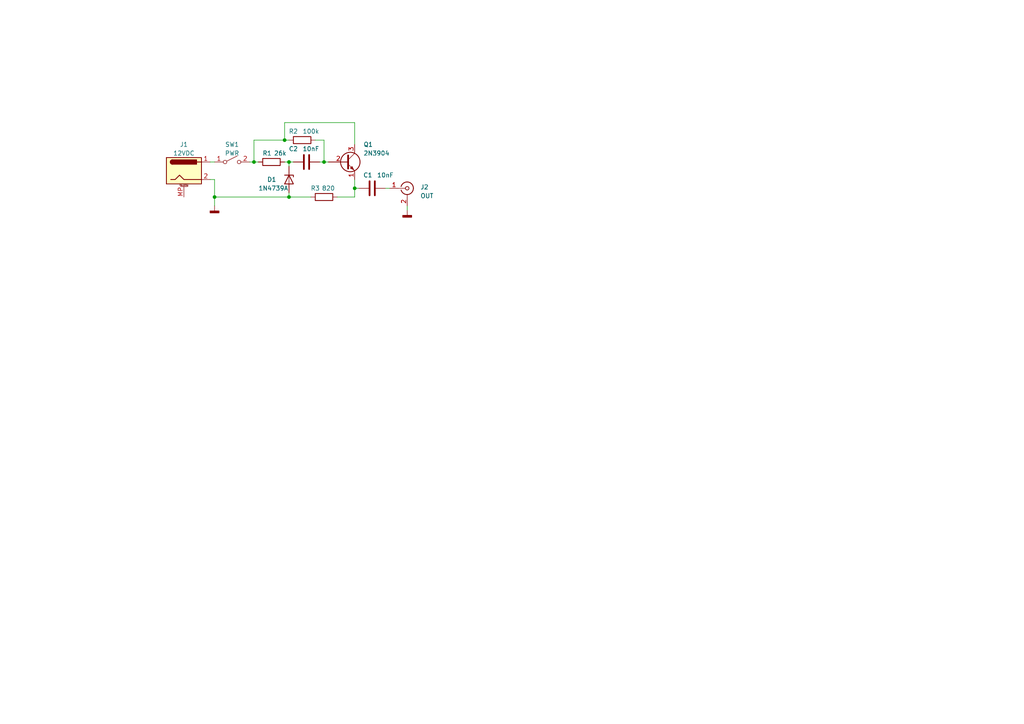
<source format=kicad_sch>
(kicad_sch (version 20230121) (generator eeschema)

  (uuid ad8bea1e-03c1-495f-8688-ada7db9196a5)

  (paper "A4")

  (lib_symbols
    (symbol "Connector:Barrel_Jack_MountingPin" (pin_names hide) (in_bom yes) (on_board yes)
      (property "Reference" "J" (at 0 5.334 0)
        (effects (font (size 1.27 1.27)))
      )
      (property "Value" "Barrel_Jack_MountingPin" (at 1.27 -6.35 0)
        (effects (font (size 1.27 1.27)) (justify left))
      )
      (property "Footprint" "" (at 1.27 -1.016 0)
        (effects (font (size 1.27 1.27)) hide)
      )
      (property "Datasheet" "~" (at 1.27 -1.016 0)
        (effects (font (size 1.27 1.27)) hide)
      )
      (property "ki_keywords" "DC power barrel jack connector" (at 0 0 0)
        (effects (font (size 1.27 1.27)) hide)
      )
      (property "ki_description" "DC Barrel Jack with a mounting pin" (at 0 0 0)
        (effects (font (size 1.27 1.27)) hide)
      )
      (property "ki_fp_filters" "BarrelJack*" (at 0 0 0)
        (effects (font (size 1.27 1.27)) hide)
      )
      (symbol "Barrel_Jack_MountingPin_0_1"
        (rectangle (start -5.08 3.81) (end 5.08 -3.81)
          (stroke (width 0.254) (type default))
          (fill (type background))
        )
        (arc (start -3.302 3.175) (mid -3.9343 2.54) (end -3.302 1.905)
          (stroke (width 0.254) (type default))
          (fill (type none))
        )
        (arc (start -3.302 3.175) (mid -3.9343 2.54) (end -3.302 1.905)
          (stroke (width 0.254) (type default))
          (fill (type outline))
        )
        (polyline
          (pts
            (xy 5.08 2.54)
            (xy 3.81 2.54)
          )
          (stroke (width 0.254) (type default))
          (fill (type none))
        )
        (polyline
          (pts
            (xy -3.81 -2.54)
            (xy -2.54 -2.54)
            (xy -1.27 -1.27)
            (xy 0 -2.54)
            (xy 2.54 -2.54)
            (xy 5.08 -2.54)
          )
          (stroke (width 0.254) (type default))
          (fill (type none))
        )
        (rectangle (start 3.683 3.175) (end -3.302 1.905)
          (stroke (width 0.254) (type default))
          (fill (type outline))
        )
      )
      (symbol "Barrel_Jack_MountingPin_1_1"
        (polyline
          (pts
            (xy -1.016 -4.572)
            (xy 1.016 -4.572)
          )
          (stroke (width 0.1524) (type default))
          (fill (type none))
        )
        (text "Mounting" (at 0 -4.191 0)
          (effects (font (size 0.381 0.381)))
        )
        (pin passive line (at 7.62 2.54 180) (length 2.54)
          (name "~" (effects (font (size 1.27 1.27))))
          (number "1" (effects (font (size 1.27 1.27))))
        )
        (pin passive line (at 7.62 -2.54 180) (length 2.54)
          (name "~" (effects (font (size 1.27 1.27))))
          (number "2" (effects (font (size 1.27 1.27))))
        )
        (pin passive line (at 0 -7.62 90) (length 3.048)
          (name "MountPin" (effects (font (size 1.27 1.27))))
          (number "MP" (effects (font (size 1.27 1.27))))
        )
      )
    )
    (symbol "Connector:Conn_Coaxial" (pin_names (offset 1.016) hide) (in_bom yes) (on_board yes)
      (property "Reference" "J" (at 0.254 3.048 0)
        (effects (font (size 1.27 1.27)))
      )
      (property "Value" "Conn_Coaxial" (at 2.921 0 90)
        (effects (font (size 1.27 1.27)))
      )
      (property "Footprint" "" (at 0 0 0)
        (effects (font (size 1.27 1.27)) hide)
      )
      (property "Datasheet" " ~" (at 0 0 0)
        (effects (font (size 1.27 1.27)) hide)
      )
      (property "ki_keywords" "BNC SMA SMB SMC LEMO coaxial connector CINCH RCA" (at 0 0 0)
        (effects (font (size 1.27 1.27)) hide)
      )
      (property "ki_description" "coaxial connector (BNC, SMA, SMB, SMC, Cinch/RCA, LEMO, ...)" (at 0 0 0)
        (effects (font (size 1.27 1.27)) hide)
      )
      (property "ki_fp_filters" "*BNC* *SMA* *SMB* *SMC* *Cinch* *LEMO*" (at 0 0 0)
        (effects (font (size 1.27 1.27)) hide)
      )
      (symbol "Conn_Coaxial_0_1"
        (arc (start -1.778 -0.508) (mid 0.2311 -1.8066) (end 1.778 0)
          (stroke (width 0.254) (type default))
          (fill (type none))
        )
        (polyline
          (pts
            (xy -2.54 0)
            (xy -0.508 0)
          )
          (stroke (width 0) (type default))
          (fill (type none))
        )
        (polyline
          (pts
            (xy 0 -2.54)
            (xy 0 -1.778)
          )
          (stroke (width 0) (type default))
          (fill (type none))
        )
        (circle (center 0 0) (radius 0.508)
          (stroke (width 0.2032) (type default))
          (fill (type none))
        )
        (arc (start 1.778 0) (mid 0.2099 1.8101) (end -1.778 0.508)
          (stroke (width 0.254) (type default))
          (fill (type none))
        )
      )
      (symbol "Conn_Coaxial_1_1"
        (pin passive line (at -5.08 0 0) (length 2.54)
          (name "In" (effects (font (size 1.27 1.27))))
          (number "1" (effects (font (size 1.27 1.27))))
        )
        (pin passive line (at 0 -5.08 90) (length 2.54)
          (name "Ext" (effects (font (size 1.27 1.27))))
          (number "2" (effects (font (size 1.27 1.27))))
        )
      )
    )
    (symbol "Device:C" (pin_numbers hide) (pin_names (offset 0.254)) (in_bom yes) (on_board yes)
      (property "Reference" "C" (at 0.635 2.54 0)
        (effects (font (size 1.27 1.27)) (justify left))
      )
      (property "Value" "C" (at 0.635 -2.54 0)
        (effects (font (size 1.27 1.27)) (justify left))
      )
      (property "Footprint" "" (at 0.9652 -3.81 0)
        (effects (font (size 1.27 1.27)) hide)
      )
      (property "Datasheet" "~" (at 0 0 0)
        (effects (font (size 1.27 1.27)) hide)
      )
      (property "ki_keywords" "cap capacitor" (at 0 0 0)
        (effects (font (size 1.27 1.27)) hide)
      )
      (property "ki_description" "Unpolarized capacitor" (at 0 0 0)
        (effects (font (size 1.27 1.27)) hide)
      )
      (property "ki_fp_filters" "C_*" (at 0 0 0)
        (effects (font (size 1.27 1.27)) hide)
      )
      (symbol "C_0_1"
        (polyline
          (pts
            (xy -2.032 -0.762)
            (xy 2.032 -0.762)
          )
          (stroke (width 0.508) (type default))
          (fill (type none))
        )
        (polyline
          (pts
            (xy -2.032 0.762)
            (xy 2.032 0.762)
          )
          (stroke (width 0.508) (type default))
          (fill (type none))
        )
      )
      (symbol "C_1_1"
        (pin passive line (at 0 3.81 270) (length 2.794)
          (name "~" (effects (font (size 1.27 1.27))))
          (number "1" (effects (font (size 1.27 1.27))))
        )
        (pin passive line (at 0 -3.81 90) (length 2.794)
          (name "~" (effects (font (size 1.27 1.27))))
          (number "2" (effects (font (size 1.27 1.27))))
        )
      )
    )
    (symbol "Device:R" (pin_numbers hide) (pin_names (offset 0)) (in_bom yes) (on_board yes)
      (property "Reference" "R" (at 2.032 0 90)
        (effects (font (size 1.27 1.27)))
      )
      (property "Value" "R" (at 0 0 90)
        (effects (font (size 1.27 1.27)))
      )
      (property "Footprint" "" (at -1.778 0 90)
        (effects (font (size 1.27 1.27)) hide)
      )
      (property "Datasheet" "~" (at 0 0 0)
        (effects (font (size 1.27 1.27)) hide)
      )
      (property "ki_keywords" "R res resistor" (at 0 0 0)
        (effects (font (size 1.27 1.27)) hide)
      )
      (property "ki_description" "Resistor" (at 0 0 0)
        (effects (font (size 1.27 1.27)) hide)
      )
      (property "ki_fp_filters" "R_*" (at 0 0 0)
        (effects (font (size 1.27 1.27)) hide)
      )
      (symbol "R_0_1"
        (rectangle (start -1.016 -2.54) (end 1.016 2.54)
          (stroke (width 0.254) (type default))
          (fill (type none))
        )
      )
      (symbol "R_1_1"
        (pin passive line (at 0 3.81 270) (length 1.27)
          (name "~" (effects (font (size 1.27 1.27))))
          (number "1" (effects (font (size 1.27 1.27))))
        )
        (pin passive line (at 0 -3.81 90) (length 1.27)
          (name "~" (effects (font (size 1.27 1.27))))
          (number "2" (effects (font (size 1.27 1.27))))
        )
      )
    )
    (symbol "Diode:1N47xxA" (pin_numbers hide) (pin_names hide) (in_bom yes) (on_board yes)
      (property "Reference" "D" (at 0 2.54 0)
        (effects (font (size 1.27 1.27)))
      )
      (property "Value" "1N47xxA" (at 0 -2.54 0)
        (effects (font (size 1.27 1.27)))
      )
      (property "Footprint" "Diode_THT:D_DO-41_SOD81_P10.16mm_Horizontal" (at 0 -4.445 0)
        (effects (font (size 1.27 1.27)) hide)
      )
      (property "Datasheet" "https://www.vishay.com/docs/85816/1n4728a.pdf" (at 0 0 0)
        (effects (font (size 1.27 1.27)) hide)
      )
      (property "ki_keywords" "zener diode" (at 0 0 0)
        (effects (font (size 1.27 1.27)) hide)
      )
      (property "ki_description" "1300mW Silicon planar power Zener diodes, DO-41" (at 0 0 0)
        (effects (font (size 1.27 1.27)) hide)
      )
      (property "ki_fp_filters" "D*DO?41*" (at 0 0 0)
        (effects (font (size 1.27 1.27)) hide)
      )
      (symbol "1N47xxA_0_1"
        (polyline
          (pts
            (xy 1.27 0)
            (xy -1.27 0)
          )
          (stroke (width 0) (type default))
          (fill (type none))
        )
        (polyline
          (pts
            (xy -1.27 -1.27)
            (xy -1.27 1.27)
            (xy -0.762 1.27)
          )
          (stroke (width 0.254) (type default))
          (fill (type none))
        )
        (polyline
          (pts
            (xy 1.27 -1.27)
            (xy 1.27 1.27)
            (xy -1.27 0)
            (xy 1.27 -1.27)
          )
          (stroke (width 0.254) (type default))
          (fill (type none))
        )
      )
      (symbol "1N47xxA_1_1"
        (pin passive line (at -3.81 0 0) (length 2.54)
          (name "K" (effects (font (size 1.27 1.27))))
          (number "1" (effects (font (size 1.27 1.27))))
        )
        (pin passive line (at 3.81 0 180) (length 2.54)
          (name "A" (effects (font (size 1.27 1.27))))
          (number "2" (effects (font (size 1.27 1.27))))
        )
      )
    )
    (symbol "Switch:SW_SPST" (pin_names (offset 0) hide) (in_bom yes) (on_board yes)
      (property "Reference" "SW" (at 0 3.175 0)
        (effects (font (size 1.27 1.27)))
      )
      (property "Value" "SW_SPST" (at 0 -2.54 0)
        (effects (font (size 1.27 1.27)))
      )
      (property "Footprint" "" (at 0 0 0)
        (effects (font (size 1.27 1.27)) hide)
      )
      (property "Datasheet" "~" (at 0 0 0)
        (effects (font (size 1.27 1.27)) hide)
      )
      (property "ki_keywords" "switch lever" (at 0 0 0)
        (effects (font (size 1.27 1.27)) hide)
      )
      (property "ki_description" "Single Pole Single Throw (SPST) switch" (at 0 0 0)
        (effects (font (size 1.27 1.27)) hide)
      )
      (symbol "SW_SPST_0_0"
        (circle (center -2.032 0) (radius 0.508)
          (stroke (width 0) (type default))
          (fill (type none))
        )
        (polyline
          (pts
            (xy -1.524 0.254)
            (xy 1.524 1.778)
          )
          (stroke (width 0) (type default))
          (fill (type none))
        )
        (circle (center 2.032 0) (radius 0.508)
          (stroke (width 0) (type default))
          (fill (type none))
        )
      )
      (symbol "SW_SPST_1_1"
        (pin passive line (at -5.08 0 0) (length 2.54)
          (name "A" (effects (font (size 1.27 1.27))))
          (number "1" (effects (font (size 1.27 1.27))))
        )
        (pin passive line (at 5.08 0 180) (length 2.54)
          (name "B" (effects (font (size 1.27 1.27))))
          (number "2" (effects (font (size 1.27 1.27))))
        )
      )
    )
    (symbol "Transistor_BJT:2N3904" (pin_names (offset 0) hide) (in_bom yes) (on_board yes)
      (property "Reference" "Q" (at 5.08 1.905 0)
        (effects (font (size 1.27 1.27)) (justify left))
      )
      (property "Value" "2N3904" (at 5.08 0 0)
        (effects (font (size 1.27 1.27)) (justify left))
      )
      (property "Footprint" "Package_TO_SOT_THT:TO-92_Inline" (at 5.08 -1.905 0)
        (effects (font (size 1.27 1.27) italic) (justify left) hide)
      )
      (property "Datasheet" "https://www.onsemi.com/pub/Collateral/2N3903-D.PDF" (at 0 0 0)
        (effects (font (size 1.27 1.27)) (justify left) hide)
      )
      (property "ki_keywords" "NPN Transistor" (at 0 0 0)
        (effects (font (size 1.27 1.27)) hide)
      )
      (property "ki_description" "0.2A Ic, 40V Vce, Small Signal NPN Transistor, TO-92" (at 0 0 0)
        (effects (font (size 1.27 1.27)) hide)
      )
      (property "ki_fp_filters" "TO?92*" (at 0 0 0)
        (effects (font (size 1.27 1.27)) hide)
      )
      (symbol "2N3904_0_1"
        (polyline
          (pts
            (xy 0.635 0.635)
            (xy 2.54 2.54)
          )
          (stroke (width 0) (type default))
          (fill (type none))
        )
        (polyline
          (pts
            (xy 0.635 -0.635)
            (xy 2.54 -2.54)
            (xy 2.54 -2.54)
          )
          (stroke (width 0) (type default))
          (fill (type none))
        )
        (polyline
          (pts
            (xy 0.635 1.905)
            (xy 0.635 -1.905)
            (xy 0.635 -1.905)
          )
          (stroke (width 0.508) (type default))
          (fill (type none))
        )
        (polyline
          (pts
            (xy 1.27 -1.778)
            (xy 1.778 -1.27)
            (xy 2.286 -2.286)
            (xy 1.27 -1.778)
            (xy 1.27 -1.778)
          )
          (stroke (width 0) (type default))
          (fill (type outline))
        )
        (circle (center 1.27 0) (radius 2.8194)
          (stroke (width 0.254) (type default))
          (fill (type none))
        )
      )
      (symbol "2N3904_1_1"
        (pin passive line (at 2.54 -5.08 90) (length 2.54)
          (name "E" (effects (font (size 1.27 1.27))))
          (number "1" (effects (font (size 1.27 1.27))))
        )
        (pin passive line (at -5.08 0 0) (length 5.715)
          (name "B" (effects (font (size 1.27 1.27))))
          (number "2" (effects (font (size 1.27 1.27))))
        )
        (pin passive line (at 2.54 5.08 270) (length 2.54)
          (name "C" (effects (font (size 1.27 1.27))))
          (number "3" (effects (font (size 1.27 1.27))))
        )
      )
    )
    (symbol "power:GNDD" (power) (pin_names (offset 0)) (in_bom yes) (on_board yes)
      (property "Reference" "#PWR" (at 0 -6.35 0)
        (effects (font (size 1.27 1.27)) hide)
      )
      (property "Value" "GNDD" (at 0 -3.175 0)
        (effects (font (size 1.27 1.27)))
      )
      (property "Footprint" "" (at 0 0 0)
        (effects (font (size 1.27 1.27)) hide)
      )
      (property "Datasheet" "" (at 0 0 0)
        (effects (font (size 1.27 1.27)) hide)
      )
      (property "ki_keywords" "global power" (at 0 0 0)
        (effects (font (size 1.27 1.27)) hide)
      )
      (property "ki_description" "Power symbol creates a global label with name \"GNDD\" , digital ground" (at 0 0 0)
        (effects (font (size 1.27 1.27)) hide)
      )
      (symbol "GNDD_0_1"
        (rectangle (start -1.27 -1.524) (end 1.27 -2.032)
          (stroke (width 0.254) (type default))
          (fill (type outline))
        )
        (polyline
          (pts
            (xy 0 0)
            (xy 0 -1.524)
          )
          (stroke (width 0) (type default))
          (fill (type none))
        )
      )
      (symbol "GNDD_1_1"
        (pin power_in line (at 0 0 270) (length 0) hide
          (name "GNDD" (effects (font (size 1.27 1.27))))
          (number "1" (effects (font (size 1.27 1.27))))
        )
      )
    )
  )

  (junction (at 102.87 54.61) (diameter 0) (color 0 0 0 0)
    (uuid 1f1801c8-d893-49e4-9974-7128922b901c)
  )
  (junction (at 73.66 46.99) (diameter 0) (color 0 0 0 0)
    (uuid 47335ae8-8eda-49a8-9f2e-631b47eb5ac0)
  )
  (junction (at 93.98 46.99) (diameter 0) (color 0 0 0 0)
    (uuid 6e9e6a0d-1a1e-44ed-b33e-3aaa28c6d2d0)
  )
  (junction (at 62.23 57.15) (diameter 0) (color 0 0 0 0)
    (uuid 7cd3b08d-0e0d-41ef-987a-bcd2f4327580)
  )
  (junction (at 83.82 57.15) (diameter 0) (color 0 0 0 0)
    (uuid ac9adb4e-73de-4fb4-adc1-d5c125c7d565)
  )
  (junction (at 83.82 46.99) (diameter 0) (color 0 0 0 0)
    (uuid d73b5a90-1821-4717-b686-861bba20cf02)
  )
  (junction (at 82.55 40.64) (diameter 0) (color 0 0 0 0)
    (uuid d7998b49-074b-464d-a3ef-2b6ccb80dfbf)
  )

  (wire (pts (xy 83.82 57.15) (xy 83.82 55.88))
    (stroke (width 0) (type default))
    (uuid 073565b7-07b2-49f0-9401-e0d8cff6c5a0)
  )
  (wire (pts (xy 102.87 52.07) (xy 102.87 54.61))
    (stroke (width 0) (type default))
    (uuid 161becfb-9c1b-4da2-b66a-adebc24d5dd7)
  )
  (wire (pts (xy 82.55 46.99) (xy 83.82 46.99))
    (stroke (width 0) (type default))
    (uuid 1e7077b5-4e0e-4330-a4f3-cb08c37b413a)
  )
  (wire (pts (xy 83.82 40.64) (xy 82.55 40.64))
    (stroke (width 0) (type default))
    (uuid 244d46dc-31bf-45ab-9298-0f6608c6c0fc)
  )
  (wire (pts (xy 91.44 40.64) (xy 93.98 40.64))
    (stroke (width 0) (type default))
    (uuid 25e1f48a-d0e2-4fc8-9b98-523531e0c78a)
  )
  (wire (pts (xy 102.87 54.61) (xy 102.87 57.15))
    (stroke (width 0) (type default))
    (uuid 2e0faea5-b16f-4b8c-8496-5a808061af89)
  )
  (wire (pts (xy 73.66 40.64) (xy 73.66 46.99))
    (stroke (width 0) (type default))
    (uuid 3612ab46-43d8-4ccb-b456-7fd99ad70c93)
  )
  (wire (pts (xy 72.39 46.99) (xy 73.66 46.99))
    (stroke (width 0) (type default))
    (uuid 39dbcfaa-7f7e-44f2-8a48-76f3d64d2e68)
  )
  (wire (pts (xy 82.55 35.56) (xy 82.55 40.64))
    (stroke (width 0) (type default))
    (uuid 3a8e135c-c6c8-4311-ad43-faaf55021f6d)
  )
  (wire (pts (xy 82.55 40.64) (xy 73.66 40.64))
    (stroke (width 0) (type default))
    (uuid 3b1ec0cd-2c1c-4d7d-93de-98db99223a63)
  )
  (wire (pts (xy 73.66 46.99) (xy 74.93 46.99))
    (stroke (width 0) (type default))
    (uuid 4f099fb6-8218-40a7-b2e6-77b406e54c84)
  )
  (wire (pts (xy 102.87 35.56) (xy 82.55 35.56))
    (stroke (width 0) (type default))
    (uuid 598c69e9-d262-4fd3-945d-bdfb539f1920)
  )
  (wire (pts (xy 60.96 52.07) (xy 62.23 52.07))
    (stroke (width 0) (type default))
    (uuid 5c3d1711-a936-4363-8cce-8a1263940de6)
  )
  (wire (pts (xy 83.82 46.99) (xy 83.82 48.26))
    (stroke (width 0) (type default))
    (uuid 896608f8-a53d-4be1-ade5-b4cf5c4540c5)
  )
  (wire (pts (xy 93.98 46.99) (xy 95.25 46.99))
    (stroke (width 0) (type default))
    (uuid 92535c04-1fbc-4bdb-9ab5-9bc04daf55c8)
  )
  (wire (pts (xy 60.96 46.99) (xy 62.23 46.99))
    (stroke (width 0) (type default))
    (uuid 94bb1055-3e31-447e-93bf-99836b865f2f)
  )
  (wire (pts (xy 83.82 46.99) (xy 85.09 46.99))
    (stroke (width 0) (type default))
    (uuid 99c2f120-e634-48f9-b10f-ddf90c21357e)
  )
  (wire (pts (xy 111.76 54.61) (xy 113.03 54.61))
    (stroke (width 0) (type default))
    (uuid 9bfc98a4-45a9-41f4-b243-d499653be44f)
  )
  (wire (pts (xy 93.98 40.64) (xy 93.98 46.99))
    (stroke (width 0) (type default))
    (uuid a7425cec-7f7e-4d99-9105-cf43567fbb04)
  )
  (wire (pts (xy 90.17 57.15) (xy 83.82 57.15))
    (stroke (width 0) (type default))
    (uuid b1253ff8-fef2-42fa-8208-cd23fa540f94)
  )
  (wire (pts (xy 62.23 59.69) (xy 62.23 57.15))
    (stroke (width 0) (type default))
    (uuid c351356e-b77d-4c86-afb3-4fb238a490f0)
  )
  (wire (pts (xy 62.23 57.15) (xy 83.82 57.15))
    (stroke (width 0) (type default))
    (uuid d047fcac-8e24-4d1f-badf-a4ef64cca94b)
  )
  (wire (pts (xy 62.23 52.07) (xy 62.23 57.15))
    (stroke (width 0) (type default))
    (uuid d9c1da14-37f0-405f-89b7-5141e392c2c9)
  )
  (wire (pts (xy 102.87 41.91) (xy 102.87 35.56))
    (stroke (width 0) (type default))
    (uuid de4632f0-ef11-4eb3-af3b-320304765d86)
  )
  (wire (pts (xy 102.87 57.15) (xy 97.79 57.15))
    (stroke (width 0) (type default))
    (uuid e4596b04-1c1b-4c61-990a-d4b369dbefa2)
  )
  (wire (pts (xy 92.71 46.99) (xy 93.98 46.99))
    (stroke (width 0) (type default))
    (uuid e48390ef-cc0e-4bbb-b0e4-8378fe551b1e)
  )
  (wire (pts (xy 118.11 59.69) (xy 118.11 60.96))
    (stroke (width 0) (type default))
    (uuid f37cb3e0-47a6-4325-9366-81c086ec4228)
  )
  (wire (pts (xy 102.87 54.61) (xy 104.14 54.61))
    (stroke (width 0) (type default))
    (uuid f8b4f8ef-2b02-4feb-972b-2abf4e53ffb5)
  )

  (symbol (lib_id "Device:R") (at 78.74 46.99 90) (unit 1)
    (in_bom yes) (on_board yes) (dnp no)
    (uuid 030347bd-0bb7-4f1e-abe2-02dfae2919be)
    (property "Reference" "R1" (at 77.47 44.45 90)
      (effects (font (size 1.27 1.27)))
    )
    (property "Value" "26k" (at 81.28 44.45 90)
      (effects (font (size 1.27 1.27)))
    )
    (property "Footprint" "Resistor_THT:R_Axial_DIN0207_L6.3mm_D2.5mm_P2.54mm_Vertical" (at 78.74 48.768 90)
      (effects (font (size 1.27 1.27)) hide)
    )
    (property "Datasheet" "~" (at 78.74 46.99 0)
      (effects (font (size 1.27 1.27)) hide)
    )
    (pin "1" (uuid 8307e575-1e88-4393-942e-c3f4b7be9689))
    (pin "2" (uuid 13e5ea2e-bc40-4736-8f7f-440f5d51f51e))
    (instances
      (project "Küy generatoru"
        (path "/ad8bea1e-03c1-495f-8688-ada7db9196a5"
          (reference "R1") (unit 1)
        )
      )
    )
  )

  (symbol (lib_id "Switch:SW_SPST") (at 67.31 46.99 0) (unit 1)
    (in_bom yes) (on_board yes) (dnp no) (fields_autoplaced)
    (uuid 0324a99f-ae84-43d9-b9ca-1ca457c09492)
    (property "Reference" "SW1" (at 67.31 41.91 0)
      (effects (font (size 1.27 1.27)))
    )
    (property "Value" "PWR" (at 67.31 44.45 0)
      (effects (font (size 1.27 1.27)))
    )
    (property "Footprint" "Button_Switch_THT:SW_CuK_OS102011MA1QN1_SPDT_Angled" (at 67.31 46.99 0)
      (effects (font (size 1.27 1.27)) hide)
    )
    (property "Datasheet" "~" (at 67.31 46.99 0)
      (effects (font (size 1.27 1.27)) hide)
    )
    (pin "1" (uuid c463afa3-fa5b-4c8c-961d-f2315d1d8717))
    (pin "2" (uuid ae003a12-1dde-46ce-a53a-2504106a4c51))
    (instances
      (project "Küy generatoru"
        (path "/ad8bea1e-03c1-495f-8688-ada7db9196a5"
          (reference "SW1") (unit 1)
        )
      )
    )
  )

  (symbol (lib_id "Diode:1N47xxA") (at 83.82 52.07 270) (unit 1)
    (in_bom yes) (on_board yes) (dnp no)
    (uuid 417e5a3b-9ca0-499b-8a9f-d8020016cd7f)
    (property "Reference" "D1" (at 77.47 52.07 90)
      (effects (font (size 1.27 1.27)) (justify left))
    )
    (property "Value" "1N4739A" (at 74.93 54.61 90)
      (effects (font (size 1.27 1.27)) (justify left))
    )
    (property "Footprint" "Diode_THT:D_DO-41_SOD81_P10.16mm_Horizontal" (at 79.375 52.07 0)
      (effects (font (size 1.27 1.27)) hide)
    )
    (property "Datasheet" "https://www.vishay.com/docs/85816/1n4728a.pdf" (at 83.82 52.07 0)
      (effects (font (size 1.27 1.27)) hide)
    )
    (pin "1" (uuid cb0f381e-67ca-42d5-8fea-4d2b31e448ff))
    (pin "2" (uuid bda367e4-2da2-4fe8-a5c5-3893220e0227))
    (instances
      (project "Küy generatoru"
        (path "/ad8bea1e-03c1-495f-8688-ada7db9196a5"
          (reference "D1") (unit 1)
        )
      )
    )
  )

  (symbol (lib_id "Device:C") (at 88.9 46.99 270) (unit 1)
    (in_bom yes) (on_board yes) (dnp no)
    (uuid 7dafaca8-57c5-4e5e-b2cb-2acc1e69dc23)
    (property "Reference" "C2" (at 85.09 43.18 90)
      (effects (font (size 1.27 1.27)))
    )
    (property "Value" "10nF" (at 90.17 43.18 90)
      (effects (font (size 1.27 1.27)))
    )
    (property "Footprint" "Capacitor_THT:C_Disc_D4.3mm_W1.9mm_P5.00mm" (at 85.09 47.9552 0)
      (effects (font (size 1.27 1.27)) hide)
    )
    (property "Datasheet" "~" (at 88.9 46.99 0)
      (effects (font (size 1.27 1.27)) hide)
    )
    (pin "1" (uuid f06cf6f5-117b-4910-adad-3a0be6536ea3))
    (pin "2" (uuid fa2018d0-861d-4053-a4c2-8a2bde2d5d77))
    (instances
      (project "Küy generatoru"
        (path "/ad8bea1e-03c1-495f-8688-ada7db9196a5"
          (reference "C2") (unit 1)
        )
      )
    )
  )

  (symbol (lib_id "Connector:Barrel_Jack_MountingPin") (at 53.34 49.53 0) (unit 1)
    (in_bom yes) (on_board yes) (dnp no) (fields_autoplaced)
    (uuid 842dc1cd-e62e-4d37-a4b2-f9b78c87bfd2)
    (property "Reference" "J1" (at 53.34 41.91 0)
      (effects (font (size 1.27 1.27)))
    )
    (property "Value" "12VDC" (at 53.34 44.45 0)
      (effects (font (size 1.27 1.27)))
    )
    (property "Footprint" "Connector_BarrelJack:BarrelJack_GCT_DCJ200-10-A_Horizontal" (at 54.61 50.546 0)
      (effects (font (size 1.27 1.27)) hide)
    )
    (property "Datasheet" "~" (at 54.61 50.546 0)
      (effects (font (size 1.27 1.27)) hide)
    )
    (pin "1" (uuid 18d337a0-0ece-43c9-ac4d-16aef8f96eb3))
    (pin "2" (uuid 50451612-9da7-49e4-a6d0-c5ca518ae342))
    (pin "MP" (uuid 8ee15783-9f95-49b7-8c3e-b7bf8d05c254))
    (instances
      (project "Küy generatoru"
        (path "/ad8bea1e-03c1-495f-8688-ada7db9196a5"
          (reference "J1") (unit 1)
        )
      )
    )
  )

  (symbol (lib_id "Connector:Conn_Coaxial") (at 118.11 54.61 0) (unit 1)
    (in_bom yes) (on_board yes) (dnp no) (fields_autoplaced)
    (uuid 84c608f5-84e6-418d-a697-49c60a56c3e3)
    (property "Reference" "J2" (at 121.92 54.2682 0)
      (effects (font (size 1.27 1.27)) (justify left))
    )
    (property "Value" "OUT" (at 121.92 56.8082 0)
      (effects (font (size 1.27 1.27)) (justify left))
    )
    (property "Footprint" "Connector_Coaxial:SMA_Amphenol_901-143_Horizontal" (at 118.11 54.61 0)
      (effects (font (size 1.27 1.27)) hide)
    )
    (property "Datasheet" " ~" (at 118.11 54.61 0)
      (effects (font (size 1.27 1.27)) hide)
    )
    (pin "1" (uuid a5f787d3-baf9-4309-8b62-6dc7ef49fdc4))
    (pin "2" (uuid be5f868a-2602-4445-8c37-27127fc30045))
    (instances
      (project "Küy generatoru"
        (path "/ad8bea1e-03c1-495f-8688-ada7db9196a5"
          (reference "J2") (unit 1)
        )
      )
    )
  )

  (symbol (lib_id "power:GNDD") (at 118.11 60.96 0) (unit 1)
    (in_bom yes) (on_board yes) (dnp no) (fields_autoplaced)
    (uuid 9ad91bad-2137-4062-ad49-a88a24c1d62e)
    (property "Reference" "#PWR02" (at 118.11 67.31 0)
      (effects (font (size 1.27 1.27)) hide)
    )
    (property "Value" "GNDD" (at 118.11 66.04 0)
      (effects (font (size 1.27 1.27)) hide)
    )
    (property "Footprint" "" (at 118.11 60.96 0)
      (effects (font (size 1.27 1.27)) hide)
    )
    (property "Datasheet" "" (at 118.11 60.96 0)
      (effects (font (size 1.27 1.27)) hide)
    )
    (pin "1" (uuid 7b0aa428-4ca5-4c88-b379-5591d216c915))
    (instances
      (project "Küy generatoru"
        (path "/ad8bea1e-03c1-495f-8688-ada7db9196a5"
          (reference "#PWR02") (unit 1)
        )
      )
    )
  )

  (symbol (lib_id "Transistor_BJT:2N3904") (at 100.33 46.99 0) (unit 1)
    (in_bom yes) (on_board yes) (dnp no)
    (uuid c028162d-d603-4bfc-bdeb-7d2e7c073651)
    (property "Reference" "Q1" (at 105.41 41.91 0)
      (effects (font (size 1.27 1.27)) (justify left))
    )
    (property "Value" "2N3904" (at 105.41 44.45 0)
      (effects (font (size 1.27 1.27)) (justify left))
    )
    (property "Footprint" "Package_TO_SOT_THT:TO-92L_Inline_Wide" (at 105.41 48.895 0)
      (effects (font (size 1.27 1.27) italic) (justify left) hide)
    )
    (property "Datasheet" "https://www.onsemi.com/pub/Collateral/2N3903-D.PDF" (at 100.33 46.99 0)
      (effects (font (size 1.27 1.27)) (justify left) hide)
    )
    (pin "1" (uuid dbeb5383-8160-4241-aece-7daeaf62f266))
    (pin "2" (uuid e5ed7e22-a2ba-46bd-a915-fa2f7302719f))
    (pin "3" (uuid 2ccc17bb-6bea-4f49-a1dc-82ff27991878))
    (instances
      (project "Küy generatoru"
        (path "/ad8bea1e-03c1-495f-8688-ada7db9196a5"
          (reference "Q1") (unit 1)
        )
      )
    )
  )

  (symbol (lib_id "Device:C") (at 107.95 54.61 270) (unit 1)
    (in_bom yes) (on_board yes) (dnp no)
    (uuid c804c84c-7bd3-41cd-b212-d738bba2e9ae)
    (property "Reference" "C1" (at 106.68 50.8 90)
      (effects (font (size 1.27 1.27)))
    )
    (property "Value" "10nF" (at 111.76 50.8 90)
      (effects (font (size 1.27 1.27)))
    )
    (property "Footprint" "Capacitor_THT:C_Disc_D4.3mm_W1.9mm_P5.00mm" (at 104.14 55.5752 0)
      (effects (font (size 1.27 1.27)) hide)
    )
    (property "Datasheet" "~" (at 107.95 54.61 0)
      (effects (font (size 1.27 1.27)) hide)
    )
    (pin "1" (uuid 0ce947b1-6980-4222-b740-4b51b836d906))
    (pin "2" (uuid 242bd9e6-1a7b-43f5-b4b8-80ad6a21775a))
    (instances
      (project "Küy generatoru"
        (path "/ad8bea1e-03c1-495f-8688-ada7db9196a5"
          (reference "C1") (unit 1)
        )
      )
    )
  )

  (symbol (lib_id "power:GNDD") (at 62.23 59.69 0) (unit 1)
    (in_bom yes) (on_board yes) (dnp no) (fields_autoplaced)
    (uuid c97c7eda-280c-47a6-bd2e-01def567db73)
    (property "Reference" "#PWR01" (at 62.23 66.04 0)
      (effects (font (size 1.27 1.27)) hide)
    )
    (property "Value" "GNDD" (at 62.23 64.77 0)
      (effects (font (size 1.27 1.27)) hide)
    )
    (property "Footprint" "" (at 62.23 59.69 0)
      (effects (font (size 1.27 1.27)) hide)
    )
    (property "Datasheet" "" (at 62.23 59.69 0)
      (effects (font (size 1.27 1.27)) hide)
    )
    (pin "1" (uuid b7594b21-8bc1-4fe9-abc7-ee94af0fc61c))
    (instances
      (project "Küy generatoru"
        (path "/ad8bea1e-03c1-495f-8688-ada7db9196a5"
          (reference "#PWR01") (unit 1)
        )
      )
    )
  )

  (symbol (lib_id "Device:R") (at 87.63 40.64 90) (unit 1)
    (in_bom yes) (on_board yes) (dnp no)
    (uuid e3cd7511-4da9-4e4d-9a51-dc3b35e47f4f)
    (property "Reference" "R2" (at 85.09 38.1 90)
      (effects (font (size 1.27 1.27)))
    )
    (property "Value" "100k" (at 90.17 38.1 90)
      (effects (font (size 1.27 1.27)))
    )
    (property "Footprint" "Resistor_THT:R_Axial_DIN0207_L6.3mm_D2.5mm_P2.54mm_Vertical" (at 87.63 42.418 90)
      (effects (font (size 1.27 1.27)) hide)
    )
    (property "Datasheet" "~" (at 87.63 40.64 0)
      (effects (font (size 1.27 1.27)) hide)
    )
    (pin "1" (uuid 3e2d1f6c-8ac7-4930-96e4-25d68484c1df))
    (pin "2" (uuid 165749ac-7bd3-4359-bae7-42de6c74b466))
    (instances
      (project "Küy generatoru"
        (path "/ad8bea1e-03c1-495f-8688-ada7db9196a5"
          (reference "R2") (unit 1)
        )
      )
    )
  )

  (symbol (lib_id "Device:R") (at 93.98 57.15 90) (unit 1)
    (in_bom yes) (on_board yes) (dnp no)
    (uuid eebeb097-ef8f-4c1c-9818-d7c6038996ac)
    (property "Reference" "R3" (at 91.44 54.61 90)
      (effects (font (size 1.27 1.27)))
    )
    (property "Value" "820" (at 95.25 54.61 90)
      (effects (font (size 1.27 1.27)))
    )
    (property "Footprint" "Resistor_THT:R_Axial_DIN0207_L6.3mm_D2.5mm_P2.54mm_Vertical" (at 93.98 58.928 90)
      (effects (font (size 1.27 1.27)) hide)
    )
    (property "Datasheet" "~" (at 93.98 57.15 0)
      (effects (font (size 1.27 1.27)) hide)
    )
    (pin "1" (uuid 944c6088-5136-41d5-a67d-fc1730a6208a))
    (pin "2" (uuid 1f1a6e15-9690-47e9-b8d6-846e211b2aa3))
    (instances
      (project "Küy generatoru"
        (path "/ad8bea1e-03c1-495f-8688-ada7db9196a5"
          (reference "R3") (unit 1)
        )
      )
    )
  )

  (sheet_instances
    (path "/" (page "1"))
  )
)

</source>
